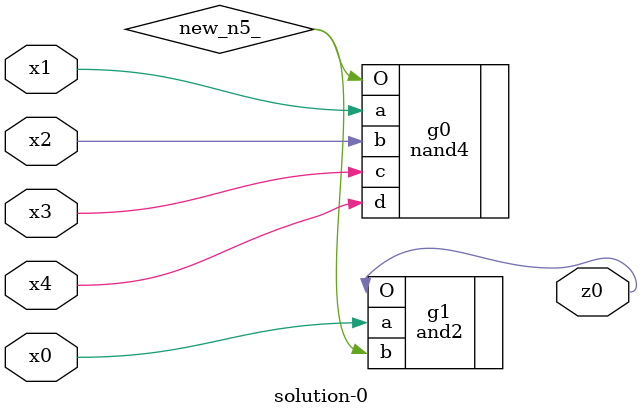
<source format=v>
module \solution-0 (
  x0, x1, x2, x3, x4,
  z0 );
  input x0, x1, x2, x3, x4;
  output z0;
  wire new_n5_;
  nand4  g0(.a(x1), .b(x2), .c(x3), .d(x4), .O(new_n5_));
  and2  g1(.a(x0), .b(new_n5_), .O(z0));
endmodule

</source>
